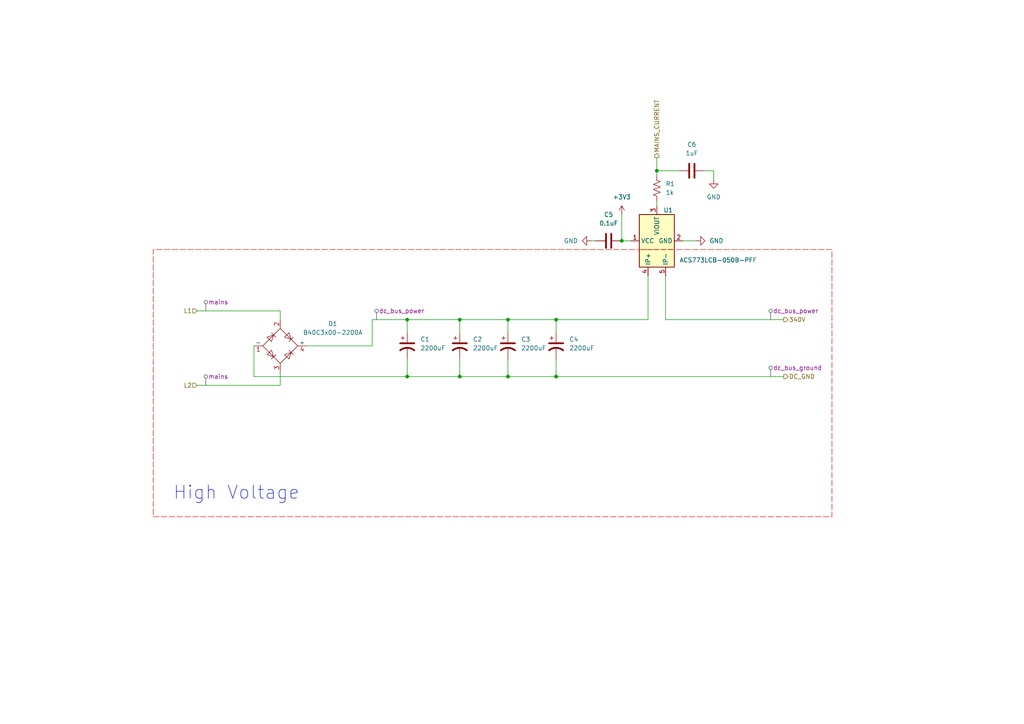
<source format=kicad_sch>
(kicad_sch (version 20250114) (generator "eeschema") (generator_version "9.0")
  (paper "A4")
  (lib_symbols
    (symbol "Device:C" (pin_numbers (hide yes)) (pin_names (offset 0.254))
      (property "Reference" "C" (at 0.635 2.54 0))
      (property "Value" "C" (at 0.635 -2.54 0))
      (symbol "C_0_1"
        (polyline (pts (xy -2.032 0.762) (xy 2.032 0.762)) (stroke (width 0.508)))
        (polyline (pts (xy -2.032 -0.762) (xy 2.032 -0.762)) (stroke (width 0.508)))
      )
      (symbol "C_1_1"
        (pin passive line (at 0 3.81 270) (length 2.794) (name "~") (number "1"))
        (pin passive line (at 0 -3.81 90) (length 2.794) (name "~") (number "2"))
      )
    )
    (symbol "Device:C_Polarized_US" (pin_numbers (hide yes)) (pin_names (offset 0.254) (hide yes))
      (property "Reference" "C" (at 0.635 2.54 0))
      (property "Value" "C_Polarized_US" (at 0.635 -2.54 0))
      (symbol "C_Polarized_US_0_1"
        (polyline (pts (xy -2.032 0.762) (xy 2.032 0.762)) (stroke (width 0.508)))
        (polyline (pts (xy -1.778 2.286) (xy -0.762 2.286)))
        (polyline (pts (xy -1.27 1.778) (xy -1.27 2.794)))
        (arc (start -2.032 -1.27) (mid 0 -0.5572) (end 2.032 -1.27) (stroke (width 0.508)))
      )
      (symbol "C_Polarized_US_1_1"
        (pin passive line (at 0 3.81 270) (length 2.794) (name "~") (number "1"))
        (pin passive line (at 0 -3.81 90) (length 3.302) (name "~") (number "2"))
      )
    )
    (symbol "Device:R_US" (pin_numbers (hide yes)) (pin_names (offset 0))
      (property "Reference" "R" (at 2.54 0 90))
      (property "Value" "R_US" (at -2.54 0 90))
      (symbol "R_US_0_1"
        (polyline (pts (xy 0 2.286) (xy 0 2.54)))
        (polyline (pts (xy 0 2.286) (xy 1.016 1.905) (xy 0 1.524) (xy -1.016 1.143) (xy 0 0.762)))
        (polyline (pts (xy 0 0.762) (xy 1.016 0.381) (xy 0 0) (xy -1.016 -0.381) (xy 0 -0.762)))
        (polyline (pts (xy 0 -0.762) (xy 1.016 -1.143) (xy 0 -1.524) (xy -1.016 -1.905) (xy 0 -2.286)))
        (polyline (pts (xy 0 -2.286) (xy 0 -2.54)))
      )
      (symbol "R_US_1_1"
        (pin passive line (at 0 3.81 270) (length 1.27) (name "~") (number "1"))
        (pin passive line (at 0 -3.81 90) (length 1.27) (name "~") (number "2"))
      )
    )
    (symbol "Diode_Bridge:B40C3x00-2200A" (pin_names (offset 0))
      (property "Reference" "D" (at 2.54 6.985 0))
      (property "Value" "B40C3x00-2200A" (at 2.54 5.08 0))
      (symbol "B40C3x00-2200A_0_1"
        (polyline (pts (xy -5.08 0) (xy 0 -5.08) (xy 5.08 0) (xy 0 5.08) (xy -5.08 0)))
        (polyline (pts (xy -3.81 2.54) (xy -2.54 1.27) (xy -1.905 3.175) (xy -3.81 2.54)))
        (polyline (pts (xy -2.54 3.81) (xy -1.27 2.54)))
        (polyline (pts (xy -2.54 -1.27) (xy -3.81 -2.54) (xy -1.905 -3.175) (xy -2.54 -1.27)))
        (polyline (pts (xy -1.27 -2.54) (xy -2.54 -3.81)))
        (polyline (pts (xy 1.27 2.54) (xy 2.54 3.81) (xy 3.175 1.905) (xy 1.27 2.54)))
        (polyline (pts (xy 2.54 1.27) (xy 3.81 2.54)))
        (polyline (pts (xy 2.54 -1.27) (xy 3.81 -2.54)))
        (polyline (pts (xy 3.175 -1.905) (xy 1.27 -2.54) (xy 2.54 -3.81) (xy 3.175 -1.905)))
      )
      (symbol "B40C3x00-2200A_1_1"
        (pin passive line (at -7.62 0 0) (length 2.54) (name "-") (number "1"))
        (pin passive line (at 0 7.62 270) (length 2.54) (name "~") (number "2"))
        (pin passive line (at 0 -7.62 90) (length 2.54) (name "~") (number "3"))
        (pin passive line (at 7.62 0 180) (length 2.54) (name "+") (number "4"))
      )
    )
    (symbol "Sensor_Current:ACS770xCB-050B-PFF"
      (property "Reference" "U" (at -7.62 6.35 0))
      (property "Value" "ACS770xCB-050B-PFF" (at 2.54 6.35 0))
      (symbol "ACS770xCB-050B-PFF_0_1"
        (rectangle (start -7.62 5.08) (end 7.62 -5.08) (stroke (width 0.254)) (fill (type background)))
        (polyline (pts (xy -2.54 3.175) (xy -2.54 4.445)))
        (polyline (pts (xy -2.54 1.27) (xy -2.54 2.54)))
        (polyline (pts (xy -2.54 0.635) (xy -2.54 -0.635)))
        (polyline (pts (xy -2.54 -1.27) (xy -2.54 -2.54)))
        (polyline (pts (xy -2.54 -3.175) (xy -2.54 -4.445)))
      )
      (symbol "ACS770xCB-050B-PFF_1_1"
        (pin passive line (at -10.16 2.54 0) (length 2.54) (name "IP+") (number "4"))
        (pin passive line (at -10.16 -2.54 0) (length 2.54) (name "IP-") (number "5"))
        (pin power_in line (at 0 7.62 270) (length 2.54) (name "VCC") (number "1"))
        (pin power_in line (at 0 -7.62 90) (length 2.54) (name "GND") (number "2"))
        (pin output line (at 10.16 0 180) (length 2.54) (name "VIOUT") (number "3"))
      )
    )
    (symbol "power:+3V3" (power) (pin_numbers (hide yes)) (pin_names (offset 0) (hide yes))
      (property "Value" "+3V3" (at 0 3.556 0))
      (symbol "+3V3_0_1"
        (polyline (pts (xy -0.762 1.27) (xy 0 2.54)))
        (polyline (pts (xy 0 2.54) (xy 0.762 1.27)))
        (polyline (pts (xy 0 0) (xy 0 2.54)))
      )
      (symbol "+3V3_1_1"
        (pin power_in line (at 0 0 90) (length 0) (name "~") (number "1"))
      )
    )
    (symbol "power:GND" (power) (pin_numbers (hide yes)) (pin_names (offset 0) (hide yes))
      (property "Value" "GND" (at 0 -3.81 0))
      (symbol "GND_0_1"
        (polyline (pts (xy 0 0) (xy 0 -1.27) (xy 1.27 -1.27) (xy 0 -2.54) (xy -1.27 -1.27) (xy 0 -1.27)))
      )
      (symbol "GND_1_1"
        (pin power_in line (at 0 0 270) (length 0) (name "~") (number "1"))
      )
    )
  )
  (text "High Voltage" (at 68.58 143.002 0) (effects (font (size 3.81 3.81))))
  (junction (at 180.34 69.85))
  (junction (at 147.32 92.71))
  (junction (at 161.29 109.22))
  (junction (at 118.11 92.71))
  (junction (at 133.35 109.22))
  (junction (at 190.5 49.53))
  (junction (at 161.29 92.71))
  (junction (at 147.32 109.22))
  (junction (at 118.11 109.22))
  (junction (at 133.35 92.71))
  (wire (pts (xy 198.12 69.85) (xy 201.93 69.85)))
  (wire (pts (xy 57.15 111.76) (xy 81.28 111.76)))
  (wire (pts (xy 190.5 45.72) (xy 190.5 49.53)))
  (wire (pts (xy 171.45 69.85) (xy 172.72 69.85)))
  (wire (pts (xy 147.32 104.14) (xy 147.32 109.22)))
  (wire (pts (xy 133.35 92.71) (xy 147.32 92.71)))
  (wire (pts (xy 81.28 111.76) (xy 81.28 107.95)))
  (wire (pts (xy 193.04 92.71) (xy 227.33 92.71)))
  (wire (pts (xy 187.96 92.71) (xy 187.96 80.01)))
  (wire (pts (xy 190.5 49.53) (xy 190.5 50.8)))
  (wire (pts (xy 107.95 92.71) (xy 118.11 92.71)))
  (wire (pts (xy 147.32 92.71) (xy 147.32 96.52)))
  (wire (pts (xy 73.66 100.33) (xy 73.66 109.22)))
  (wire (pts (xy 88.9 100.33) (xy 107.95 100.33)))
  (wire (pts (xy 161.29 92.71) (xy 187.96 92.71)))
  (wire (pts (xy 118.11 109.22) (xy 133.35 109.22)))
  (wire (pts (xy 118.11 104.14) (xy 118.11 109.22)))
  (wire (pts (xy 190.5 58.42) (xy 190.5 59.69)))
  (wire (pts (xy 57.15 90.17) (xy 81.28 90.17)))
  (wire (pts (xy 133.35 92.71) (xy 133.35 96.52)))
  (wire (pts (xy 147.32 109.22) (xy 161.29 109.22)))
  (wire (pts (xy 193.04 80.01) (xy 193.04 92.71)))
  (wire (pts (xy 207.01 49.53) (xy 204.47 49.53)))
  (wire (pts (xy 73.66 109.22) (xy 118.11 109.22)))
  (wire (pts (xy 180.34 69.85) (xy 182.88 69.85)))
  (wire (pts (xy 133.35 104.14) (xy 133.35 109.22)))
  (wire (pts (xy 81.28 90.17) (xy 81.28 92.71)))
  (wire (pts (xy 161.29 109.22) (xy 227.33 109.22)))
  (wire (pts (xy 161.29 104.14) (xy 161.29 109.22)))
  (wire (pts (xy 207.01 52.07) (xy 207.01 49.53)))
  (wire (pts (xy 107.95 100.33) (xy 107.95 92.71)))
  (wire (pts (xy 118.11 92.71) (xy 133.35 92.71)))
  (wire (pts (xy 161.29 92.71) (xy 161.29 96.52)))
  (wire (pts (xy 118.11 92.71) (xy 118.11 96.52)))
  (wire (pts (xy 133.35 109.22) (xy 147.32 109.22)))
  (wire (pts (xy 180.34 62.23) (xy 180.34 69.85)))
  (wire (pts (xy 147.32 92.71) (xy 161.29 92.71)))
  (wire (pts (xy 196.85 49.53) (xy 190.5 49.53)))
  (hierarchical_label "340V" (shape output) (at 227.33 92.71 0))
  (hierarchical_label "MAINS_CURRENT" (shape output) (at 190.5 45.72 90))
  (hierarchical_label "DC_GND" (shape output) (at 227.33 109.22 0))
  (hierarchical_label "L1" (shape input) (at 57.15 90.17 180))
  (hierarchical_label "L2" (shape input) (at 57.15 111.76 180))
  (rule_area (polyline (pts (xy 241.3 72.39) (xy 44.45 72.39) (xy 44.45 149.86) (xy 241.3 149.86)) (stroke (width 0) (type dash))))
  (netclass_flag "" (length 2.54) (shape round) (at 59.69 90.17 0) (property "Netclass" "mains" (at 60.3885 87.63 0) (effects (justify left))))
  (netclass_flag "" (length 2.54) (shape round) (at 59.69 111.76 0) (property "Netclass" "mains" (at 60.3885 109.22 0) (effects (justify left))))
  (netclass_flag "" (length 2.54) (shape round) (at 223.52 109.22 0) (property "Netclass" "dc_bus_ground" (at 224.2185 106.68 0) (effects (justify left))))
  (netclass_flag "" (length 2.54) (shape round) (at 109.22 92.71 0) (property "Netclass" "dc_bus_power" (at 109.9185 90.17 0) (effects (justify left))))
  (netclass_flag "" (length 2.54) (shape round) (at 223.52 92.71 0) (property "Netclass" "dc_bus_power" (at 224.2185 90.17 0) (effects (justify left))))
  (symbol (lib_id "Diode_Bridge:B40C3x00-2200A") (at 81.28 100.33 0) (unit 1)
    (property "Reference" "D1" (at 96.52 93.9098 0))
    (property "Value" "B40C3x00-2200A" (at 96.52 96.4498 0))
    (property "Footprint" "Diode_THT:Diode_Bridge_32.0x5.6x17.0mm_P10.0mm_P7.5mm" (effects (hide yes)))
    (property "Datasheet" "https://diotec.com/tl_files/diotec/files/pdf/datasheets/b40c3700" (effects (hide yes)))
    (property "Description" "Silicon Bridge Rectifier, 40V Vrms, 2.2A If, pins=-AA+, SIL-package" (effects (hide yes)))
  )
  (symbol (lib_id "Sensor_Current:ACS770xCB-050B-PFF") (at 190.5 69.85 90) (unit 1)
    (property "Reference" "U1" (at 193.802 60.96 90))
    (property "Value" "ACS773LCB-050B-PFF" (at 208.28 75.438 90))
    (property "Footprint" "Sensor_Current:Allegro_CB_PFF" (effects (hide yes)))
    (property "Datasheet" "https://www.allegromicro.com/-/media/files/datasheets/acs773-datasheet.pdf" (effects (hide yes)))
    (property "Description" "±50A Bidirectional Hall-Effect Current Sensor, +5.0V supply, 40mV/A, CB-5 PFF" (effects (hide yes)))
  )
  (symbol (lib_id "power:+3V3") (at 180.34 62.23 0) (unit 1)
    (property "Reference" "#PWR02" (effects (hide yes)))
    (property "Value" "+3V3" (at 180.34 57.15 0))
    (property "Description" "Power symbol creates a global label with name \"+3V3\"" (effects (hide yes)))
  )
  (symbol (lib_id "power:GND") (at 171.45 69.85 270) (unit 1)
    (property "Reference" "#PWR03" (effects (hide yes)))
    (property "Value" "GND" (at 167.64 69.8499 90) (effects (justify right)))
    (property "Description" "Power symbol creates a global label with name \"GND\" , ground" (effects (hide yes)))
  )
  (symbol (lib_id "Device:C_Polarized_US") (at 161.29 100.33 0) (unit 1)
    (property "Reference" "C4" (at 165.1 98.4249 0) (effects (justify left)))
    (property "Value" "2200uF" (at 165.1 100.9649 0) (effects (justify left)))
    (property "Description" "Polarized capacitor, US symbol" (effects (hide yes)))
  )
  (symbol (lib_id "power:GND") (at 201.93 69.85 90) (unit 1)
    (property "Reference" "#PWR01" (effects (hide yes)))
    (property "Value" "GND" (at 205.74 69.8499 90) (effects (justify right)))
    (property "Description" "Power symbol creates a global label with name \"GND\" , ground" (effects (hide yes)))
  )
  (symbol (lib_id "Device:R_US") (at 190.5 54.61 0) (unit 1)
    (property "Reference" "R1" (at 193.04 53.3399 0) (effects (justify left)))
    (property "Value" "1k" (at 193.04 55.8799 0) (effects (justify left)))
    (property "Description" "Resistor, US symbol" (effects (hide yes)))
  )
  (symbol (lib_id "Device:C_Polarized_US") (at 133.35 100.33 0) (unit 1)
    (property "Reference" "C2" (at 137.16 98.4249 0) (effects (justify left)))
    (property "Value" "2200uF" (at 137.16 100.9649 0) (effects (justify left)))
    (property "Description" "Polarized capacitor, US symbol" (effects (hide yes)))
  )
  (symbol (lib_id "Device:C") (at 200.66 49.53 90) (unit 1)
    (property "Reference" "C6" (at 200.66 41.91 90))
    (property "Value" "1uF" (at 200.66 44.45 90))
    (property "Description" "Unpolarized capacitor" (effects (hide yes)))
  )
  (symbol (lib_id "Device:C_Polarized_US") (at 147.32 100.33 0) (unit 1)
    (property "Reference" "C3" (at 151.13 98.4249 0) (effects (justify left)))
    (property "Value" "2200uF" (at 151.13 100.9649 0) (effects (justify left)))
    (property "Description" "Polarized capacitor, US symbol" (effects (hide yes)))
  )
  (symbol (lib_id "Device:C_Polarized_US") (at 118.11 100.33 0) (unit 1)
    (property "Reference" "C1" (at 121.92 98.4249 0) (effects (justify left)))
    (property "Value" "2200uF" (at 121.92 100.9649 0) (effects (justify left)))
    (property "Description" "Polarized capacitor, US symbol" (effects (hide yes)))
  )
  (symbol (lib_id "Device:C") (at 176.53 69.85 90) (unit 1)
    (property "Reference" "C5" (at 176.53 62.23 90))
    (property "Value" "0.1uF" (at 176.53 64.77 90))
    (property "Description" "Unpolarized capacitor" (effects (hide yes)))
  )
  (symbol (lib_id "power:GND") (at 207.01 52.07 0) (unit 1)
    (property "Reference" "#PWR04" (effects (hide yes)))
    (property "Value" "GND" (at 207.01 57.15 0))
    (property "Description" "Power symbol creates a global label with name \"GND\" , ground" (effects (hide yes)))
  )
)
</source>
